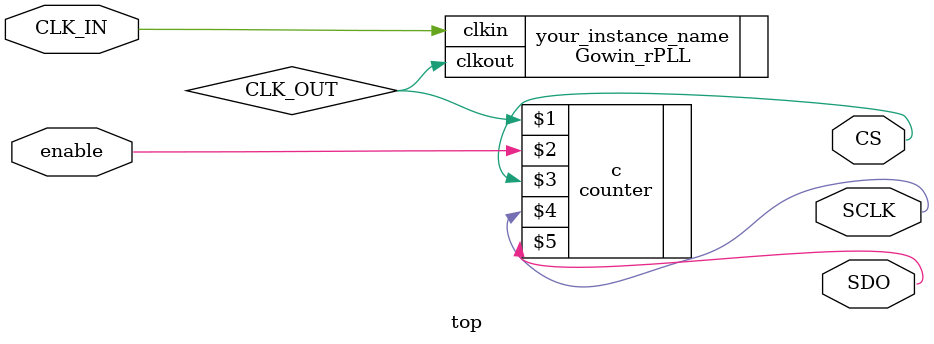
<source format=v>
module top(
    CLK_IN, enable, CS, SCLK, SDO
);

input CLK_IN;
wire CLK_OUT;

input enable;
output CS;
output SCLK;
output SDO;

`define USE_PLL

`ifdef USE_PLL
Gowin_rPLL your_instance_name(
        .clkout(CLK_OUT),
        .clkin(CLK_IN)
    );
`endif

counter c( CLK_OUT, enable, CS, SCLK, SDO );

`ifndef USE_PLL
`define divisor 200

reg clk_out;

if( (`divisor == 0) || (`divisor == 1) ) begin
    initial begin
        clk_out <= 0;
    end

    always @( CLK_IN ) begin
        clk_out <= CLK_IN;
    end
end else begin
    reg [7:0] counter;

    initial begin
        clk_out <= 0;
        counter <= `divisor - 8'd1;
    end
    
    always @( posedge CLK_IN ) begin
            if( counter == 0 ) begin
                clk_out <= !clk_out;
                counter <= `divisor - 8'd1;
            end else begin
                counter <= counter - 1;
            end
    end
end

assign CLK_OUT = clk_out;
`endif

endmodule

</source>
